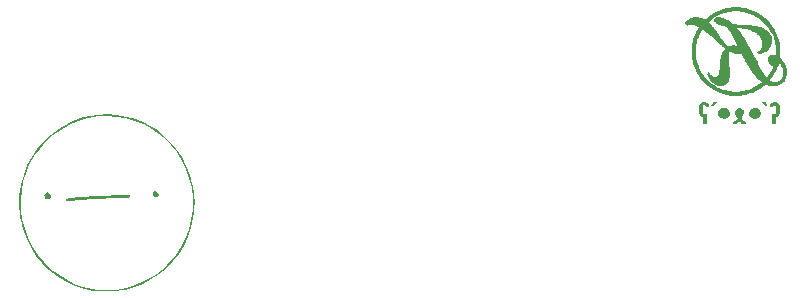
<source format=gbr>
%TF.GenerationSoftware,KiCad,Pcbnew,(6.0.7-1)-1*%
%TF.CreationDate,2022-09-20T14:46:44+12:00*%
%TF.ProjectId,ENEL300Group10MCUBoard,454e454c-3330-4304-9772-6f757031304d,rev?*%
%TF.SameCoordinates,Original*%
%TF.FileFunction,Legend,Bot*%
%TF.FilePolarity,Positive*%
%FSLAX46Y46*%
G04 Gerber Fmt 4.6, Leading zero omitted, Abs format (unit mm)*
G04 Created by KiCad (PCBNEW (6.0.7-1)-1) date 2022-09-20 14:46:44*
%MOMM*%
%LPD*%
G01*
G04 APERTURE LIST*
G04 APERTURE END LIST*
%TO.C,G\u002A\u002A\u002A*%
G36*
X125867014Y-60504250D02*
G01*
X125927829Y-60508380D01*
X125979701Y-60518039D01*
X126029864Y-60533686D01*
X126102633Y-60567083D01*
X126167402Y-60610163D01*
X126223381Y-60661665D01*
X126269779Y-60720331D01*
X126305806Y-60784898D01*
X126330671Y-60854109D01*
X126343582Y-60926701D01*
X126343751Y-61001416D01*
X126330386Y-61076993D01*
X126313989Y-61125667D01*
X126278928Y-61194218D01*
X126232503Y-61256509D01*
X126176141Y-61311225D01*
X126111266Y-61357054D01*
X126039302Y-61392684D01*
X125961675Y-61416800D01*
X125951364Y-61418817D01*
X125913914Y-61423184D01*
X125869551Y-61425189D01*
X125822499Y-61424922D01*
X125776979Y-61422473D01*
X125737215Y-61417932D01*
X125707430Y-61411389D01*
X125633965Y-61383393D01*
X125557402Y-61342355D01*
X125492179Y-61292921D01*
X125438494Y-61235309D01*
X125396544Y-61169738D01*
X125366526Y-61096425D01*
X125348639Y-61015587D01*
X125345173Y-60970762D01*
X125350561Y-60898409D01*
X125368607Y-60827126D01*
X125398381Y-60758884D01*
X125438951Y-60695652D01*
X125489386Y-60639402D01*
X125548755Y-60592103D01*
X125580720Y-60572014D01*
X125642690Y-60540445D01*
X125705369Y-60519361D01*
X125772684Y-60507609D01*
X125848562Y-60504034D01*
X125867014Y-60504250D01*
G37*
G36*
X127584506Y-60024447D02*
G01*
X127598396Y-60026222D01*
X127674976Y-60042538D01*
X127742455Y-60069206D01*
X127802145Y-60106863D01*
X127855357Y-60156147D01*
X127857956Y-60159024D01*
X127889950Y-60200392D01*
X127914056Y-60245591D01*
X127933063Y-60299777D01*
X127933195Y-60300237D01*
X127936374Y-60313135D01*
X127939018Y-60328484D01*
X127941195Y-60347770D01*
X127942974Y-60372477D01*
X127944424Y-60404090D01*
X127945614Y-60444094D01*
X127946611Y-60493974D01*
X127947486Y-60555214D01*
X127948306Y-60629299D01*
X127948908Y-60698924D01*
X127949168Y-60771794D01*
X127948772Y-60833145D01*
X127947575Y-60884518D01*
X127945433Y-60927451D01*
X127942202Y-60963486D01*
X127937736Y-60994162D01*
X127931890Y-61021018D01*
X127924521Y-61045596D01*
X127915483Y-61069434D01*
X127904632Y-61094072D01*
X127872859Y-61148033D01*
X127827974Y-61199115D01*
X127773472Y-61242512D01*
X127711393Y-61276615D01*
X127643777Y-61299814D01*
X127606161Y-61309103D01*
X127606161Y-61893925D01*
X127319560Y-61893925D01*
X127319560Y-61055618D01*
X127378671Y-61055576D01*
X127416096Y-61054656D01*
X127483229Y-61047185D01*
X127538934Y-61031989D01*
X127583808Y-61008802D01*
X127618442Y-60977359D01*
X127643433Y-60937395D01*
X127644081Y-60935983D01*
X127648303Y-60926299D01*
X127651699Y-60916588D01*
X127654357Y-60905261D01*
X127656368Y-60890727D01*
X127657822Y-60871399D01*
X127658810Y-60845686D01*
X127659421Y-60812001D01*
X127659746Y-60768752D01*
X127659875Y-60714352D01*
X127659898Y-60647211D01*
X127659787Y-60595339D01*
X127659401Y-60538851D01*
X127658772Y-60487815D01*
X127657935Y-60444006D01*
X127656926Y-60409201D01*
X127655778Y-60385174D01*
X127654527Y-60373702D01*
X127652838Y-60368530D01*
X127637220Y-60341182D01*
X127613509Y-60316402D01*
X127586515Y-60299446D01*
X127564572Y-60292545D01*
X127524024Y-60288798D01*
X127483123Y-60294439D01*
X127446153Y-60308675D01*
X127417397Y-60330714D01*
X127413441Y-60335570D01*
X127399163Y-60361395D01*
X127388654Y-60392925D01*
X127384359Y-60423305D01*
X127384045Y-60446591D01*
X127097444Y-60446591D01*
X127097567Y-60408975D01*
X127100919Y-60370428D01*
X127110645Y-60323130D01*
X127125285Y-60274827D01*
X127143376Y-60231204D01*
X127148709Y-60220813D01*
X127186581Y-60164790D01*
X127235023Y-60116946D01*
X127292571Y-60077968D01*
X127357758Y-60048542D01*
X127429120Y-60029356D01*
X127505191Y-60021095D01*
X127584506Y-60024447D01*
G37*
G36*
X122541459Y-60031328D02*
G01*
X122578628Y-60031729D01*
X122607784Y-60032325D01*
X122626822Y-60033075D01*
X122633636Y-60033942D01*
X122629430Y-60038744D01*
X122616126Y-60052580D01*
X122594836Y-60074274D01*
X122566707Y-60102669D01*
X122532882Y-60136611D01*
X122494504Y-60174946D01*
X122452719Y-60216519D01*
X122271802Y-60396175D01*
X122179624Y-60396305D01*
X122087446Y-60396436D01*
X122098076Y-60380314D01*
X122102060Y-60374338D01*
X122114897Y-60355302D01*
X122133573Y-60327756D01*
X122156622Y-60293852D01*
X122182577Y-60255743D01*
X122209973Y-60215580D01*
X122237341Y-60175518D01*
X122263217Y-60137707D01*
X122286132Y-60104301D01*
X122336287Y-60031304D01*
X122484962Y-60031162D01*
X122498384Y-60031161D01*
X122541459Y-60031328D01*
G37*
G36*
X121632526Y-60025908D02*
G01*
X121695018Y-60039423D01*
X121699043Y-60040689D01*
X121769436Y-60070088D01*
X121831110Y-60110136D01*
X121883138Y-60159953D01*
X121924592Y-60218660D01*
X121954545Y-60285378D01*
X121957226Y-60293901D01*
X121964042Y-60321007D01*
X121970015Y-60351767D01*
X121974664Y-60382659D01*
X121977505Y-60410160D01*
X121978058Y-60430750D01*
X121975839Y-60440906D01*
X121975583Y-60441094D01*
X121965588Y-60442819D01*
X121943794Y-60444132D01*
X121912502Y-60444970D01*
X121874015Y-60445266D01*
X121830636Y-60444959D01*
X121691436Y-60443008D01*
X121687799Y-60407183D01*
X121687388Y-60403467D01*
X121676596Y-60361141D01*
X121655382Y-60328488D01*
X121623477Y-60305082D01*
X121590814Y-60293439D01*
X121550864Y-60289044D01*
X121511405Y-60293436D01*
X121476379Y-60306126D01*
X121449730Y-60326626D01*
X121443816Y-60333432D01*
X121435131Y-60344123D01*
X121428191Y-60354861D01*
X121422799Y-60367232D01*
X121418761Y-60382824D01*
X121415880Y-60403223D01*
X121413962Y-60430017D01*
X121412810Y-60464793D01*
X121412230Y-60509137D01*
X121412025Y-60564638D01*
X121412000Y-60632881D01*
X121412000Y-60633927D01*
X121412064Y-60700906D01*
X121412303Y-60755218D01*
X121412795Y-60798500D01*
X121413616Y-60832392D01*
X121414842Y-60858532D01*
X121416550Y-60878558D01*
X121418817Y-60894110D01*
X121421718Y-60906826D01*
X121425332Y-60918345D01*
X121442156Y-60955048D01*
X121471339Y-60992032D01*
X121510422Y-61020289D01*
X121559972Y-61040111D01*
X121620559Y-61051790D01*
X121692751Y-61055618D01*
X121752338Y-61055618D01*
X121752338Y-61893925D01*
X121465737Y-61893925D01*
X121465737Y-61308743D01*
X121420981Y-61296300D01*
X121399844Y-61289754D01*
X121335620Y-61261460D01*
X121276874Y-61223016D01*
X121226360Y-61176451D01*
X121186834Y-61123795D01*
X121186028Y-61122440D01*
X121171585Y-61094057D01*
X121157115Y-61059348D01*
X121145635Y-61025512D01*
X121145520Y-61025114D01*
X121141493Y-61010799D01*
X121138179Y-60997290D01*
X121135509Y-60983073D01*
X121133412Y-60966635D01*
X121131820Y-60946463D01*
X121130664Y-60921042D01*
X121129873Y-60888859D01*
X121129379Y-60848400D01*
X121129112Y-60798153D01*
X121129002Y-60736602D01*
X121128981Y-60662235D01*
X121128982Y-60651850D01*
X121129071Y-60574038D01*
X121129392Y-60508866D01*
X121130067Y-60454825D01*
X121131218Y-60410410D01*
X121132966Y-60374112D01*
X121135431Y-60344424D01*
X121138736Y-60319840D01*
X121143002Y-60298851D01*
X121148349Y-60279951D01*
X121154900Y-60261632D01*
X121162776Y-60242388D01*
X121187613Y-60197083D01*
X121226549Y-60149062D01*
X121274569Y-60106250D01*
X121328911Y-60071071D01*
X121386809Y-60045947D01*
X121422388Y-60035953D01*
X121491598Y-60024270D01*
X121563181Y-60020889D01*
X121632526Y-60025908D01*
G37*
G36*
X128561234Y-57641652D02*
G01*
X128545349Y-57765934D01*
X128517528Y-57884968D01*
X128478258Y-57998031D01*
X128428027Y-58104403D01*
X128367321Y-58203361D01*
X128296626Y-58294184D01*
X128249858Y-58341984D01*
X128216430Y-58376150D01*
X128127219Y-58448537D01*
X128029480Y-58510623D01*
X127923699Y-58561687D01*
X127810364Y-58601008D01*
X127798704Y-58604262D01*
X127715540Y-58624127D01*
X127629396Y-58638592D01*
X127536669Y-58648156D01*
X127433755Y-58653320D01*
X127336280Y-58654321D01*
X127238902Y-58650637D01*
X127148367Y-58641462D01*
X127061143Y-58626300D01*
X126973696Y-58604656D01*
X126882493Y-58576034D01*
X126863829Y-58569644D01*
X126828770Y-58557652D01*
X126799322Y-58547593D01*
X126778134Y-58540370D01*
X126767853Y-58536888D01*
X126758168Y-58540000D01*
X126739603Y-58552000D01*
X126713677Y-58571842D01*
X126681873Y-58598464D01*
X126627142Y-58644877D01*
X126450912Y-58782047D01*
X126265763Y-58908444D01*
X126072490Y-59023707D01*
X125871887Y-59127474D01*
X125664749Y-59219383D01*
X125451869Y-59299073D01*
X125234043Y-59366182D01*
X125012063Y-59420349D01*
X124786725Y-59461213D01*
X124772837Y-59463290D01*
X124750733Y-59466478D01*
X124729979Y-59469176D01*
X124709269Y-59471420D01*
X124687296Y-59473247D01*
X124662754Y-59474690D01*
X124634335Y-59475786D01*
X124600734Y-59476571D01*
X124560642Y-59477079D01*
X124512755Y-59477348D01*
X124455764Y-59477411D01*
X124388363Y-59477305D01*
X124309246Y-59477066D01*
X124217106Y-59476729D01*
X123762127Y-59475010D01*
X123648433Y-59455740D01*
X123645089Y-59455172D01*
X123412891Y-59409061D01*
X123188385Y-59351026D01*
X122970985Y-59280837D01*
X122760106Y-59198266D01*
X122555163Y-59103085D01*
X122355571Y-58995063D01*
X122160744Y-58873973D01*
X122015996Y-58773042D01*
X121834173Y-58631019D01*
X121661759Y-58478443D01*
X121499186Y-58315811D01*
X121346888Y-58143620D01*
X121205298Y-57962368D01*
X121074850Y-57772552D01*
X120955977Y-57574668D01*
X120849112Y-57369214D01*
X120832199Y-57333674D01*
X120746492Y-57137652D01*
X120673186Y-56940218D01*
X120611781Y-56739581D01*
X120561775Y-56533951D01*
X120522668Y-56321538D01*
X120493958Y-56100551D01*
X120492669Y-56087398D01*
X120488670Y-56033495D01*
X120485466Y-55969301D01*
X120483071Y-55897549D01*
X120481500Y-55820971D01*
X120480768Y-55742299D01*
X120480821Y-55708198D01*
X120835642Y-55708198D01*
X120840674Y-55925889D01*
X120859642Y-56143147D01*
X120892545Y-56359412D01*
X120939384Y-56574122D01*
X121000159Y-56786716D01*
X121074869Y-56996633D01*
X121087509Y-57027498D01*
X121109940Y-57078644D01*
X121136848Y-57137066D01*
X121166794Y-57199839D01*
X121198336Y-57264042D01*
X121230031Y-57326752D01*
X121260439Y-57385045D01*
X121288117Y-57435998D01*
X121311625Y-57476690D01*
X121432291Y-57663203D01*
X121564999Y-57843152D01*
X121707282Y-58012590D01*
X121858959Y-58171351D01*
X122019847Y-58319267D01*
X122189763Y-58456170D01*
X122368525Y-58581893D01*
X122555951Y-58696269D01*
X122751859Y-58799130D01*
X122799173Y-58821836D01*
X122878524Y-58858489D01*
X122952350Y-58890379D01*
X123024976Y-58919267D01*
X123100728Y-58946916D01*
X123183932Y-58975086D01*
X123203786Y-58981537D01*
X123399505Y-59037833D01*
X123599046Y-59081976D01*
X123804132Y-59114297D01*
X124016485Y-59135126D01*
X124049233Y-59137246D01*
X124256521Y-59142663D01*
X124466247Y-59134690D01*
X124676829Y-59113576D01*
X124886684Y-59079570D01*
X125094230Y-59032920D01*
X125297883Y-58973874D01*
X125496062Y-58902682D01*
X125620960Y-58849630D01*
X125769784Y-58777804D01*
X125918645Y-58697204D01*
X126063954Y-58609894D01*
X126202121Y-58517938D01*
X126329556Y-58423400D01*
X126333108Y-58420604D01*
X126361932Y-58397925D01*
X126387468Y-58377843D01*
X126407060Y-58362448D01*
X126418051Y-58353828D01*
X126418666Y-58353346D01*
X126424603Y-58347689D01*
X126425289Y-58341984D01*
X126419136Y-58334140D01*
X126404556Y-58322067D01*
X126379961Y-58303673D01*
X126346538Y-58278521D01*
X126217090Y-58172288D01*
X126206735Y-58162676D01*
X127118939Y-58162676D01*
X127121208Y-58165244D01*
X127133115Y-58174405D01*
X127152931Y-58188166D01*
X127178051Y-58204677D01*
X127202987Y-58220068D01*
X127293791Y-58266088D01*
X127387627Y-58298251D01*
X127399175Y-58301016D01*
X127442786Y-58308194D01*
X127494325Y-58313020D01*
X127549055Y-58315263D01*
X127602242Y-58314692D01*
X127649151Y-58311073D01*
X127686707Y-58305188D01*
X127757240Y-58288482D01*
X127826306Y-58265541D01*
X127887573Y-58238300D01*
X127896287Y-58233621D01*
X127955971Y-58193996D01*
X128014272Y-58142741D01*
X128069056Y-58082178D01*
X128118189Y-58014629D01*
X128159536Y-57942416D01*
X128173532Y-57912720D01*
X128209775Y-57814470D01*
X128234122Y-57710410D01*
X128246795Y-57601850D01*
X128248014Y-57490101D01*
X128238002Y-57376474D01*
X128216979Y-57262280D01*
X128185168Y-57148830D01*
X128142790Y-57037435D01*
X128090066Y-56929407D01*
X128027218Y-56826055D01*
X127954467Y-56728691D01*
X127910674Y-56675699D01*
X127905773Y-56743635D01*
X127905537Y-56746808D01*
X127894967Y-56821113D01*
X127875262Y-56885070D01*
X127846018Y-56939665D01*
X127806832Y-56985886D01*
X127803632Y-56989068D01*
X127792430Y-57002601D01*
X127781162Y-57020794D01*
X127768692Y-57045874D01*
X127753884Y-57080068D01*
X127735604Y-57125604D01*
X127707746Y-57194116D01*
X127635218Y-57354930D01*
X127552922Y-57516288D01*
X127462595Y-57675225D01*
X127365972Y-57828773D01*
X127264790Y-57973966D01*
X127160786Y-58107838D01*
X127151181Y-58119601D01*
X127134633Y-58140470D01*
X127123203Y-58155722D01*
X127118939Y-58162676D01*
X126206735Y-58162676D01*
X126087815Y-58052290D01*
X125959089Y-57918975D01*
X125831290Y-57772790D01*
X125704796Y-57614181D01*
X125579984Y-57443596D01*
X125457231Y-57261481D01*
X125336915Y-57068283D01*
X125303827Y-57012337D01*
X125256302Y-56930055D01*
X125204142Y-56837891D01*
X125148267Y-56737533D01*
X125089598Y-56630674D01*
X125029056Y-56519003D01*
X124967562Y-56404211D01*
X124906037Y-56287989D01*
X124845402Y-56172027D01*
X124786577Y-56058015D01*
X124782926Y-56050887D01*
X124759389Y-56004979D01*
X124738163Y-55963640D01*
X124720092Y-55928508D01*
X124706018Y-55901221D01*
X124696786Y-55883417D01*
X124693237Y-55876732D01*
X124689065Y-55878004D01*
X124675764Y-55885153D01*
X124656790Y-55896693D01*
X124653606Y-55898693D01*
X124617937Y-55918100D01*
X124580273Y-55932428D01*
X124537573Y-55942405D01*
X124486794Y-55948761D01*
X124424891Y-55952224D01*
X124394416Y-55952922D01*
X124321974Y-55951329D01*
X124254790Y-55944198D01*
X124187119Y-55930754D01*
X124113213Y-55910223D01*
X124104799Y-55907577D01*
X124044608Y-55886280D01*
X123977056Y-55858925D01*
X123906038Y-55827239D01*
X123835446Y-55792947D01*
X123769174Y-55757773D01*
X123760981Y-55753217D01*
X123730378Y-55736471D01*
X123704835Y-55722911D01*
X123686823Y-55713827D01*
X123678810Y-55710512D01*
X123678548Y-55710540D01*
X123673142Y-55717967D01*
X123665872Y-55736787D01*
X123657452Y-55764465D01*
X123648594Y-55798468D01*
X123640013Y-55836260D01*
X123632422Y-55875307D01*
X123632025Y-55877581D01*
X123626468Y-55917730D01*
X123622654Y-55964187D01*
X123620616Y-56017739D01*
X123620390Y-56079174D01*
X123622008Y-56149277D01*
X123625505Y-56228836D01*
X123630916Y-56318637D01*
X123638274Y-56419469D01*
X123647614Y-56532118D01*
X123658969Y-56657370D01*
X123672375Y-56796013D01*
X123672401Y-56796275D01*
X123686896Y-56947096D01*
X123699107Y-57084423D01*
X123709070Y-57208904D01*
X123716822Y-57321186D01*
X123722397Y-57421916D01*
X123725832Y-57511740D01*
X123727163Y-57591306D01*
X123726425Y-57661260D01*
X123723654Y-57722249D01*
X123722671Y-57736439D01*
X123709073Y-57870789D01*
X123688389Y-57993135D01*
X123660400Y-58104009D01*
X123624891Y-58203941D01*
X123581643Y-58293462D01*
X123530439Y-58373104D01*
X123471062Y-58443397D01*
X123403294Y-58504873D01*
X123364957Y-58532663D01*
X123286813Y-58576259D01*
X123198648Y-58610537D01*
X123101201Y-58635284D01*
X122995205Y-58650287D01*
X122881399Y-58655336D01*
X122877229Y-58655327D01*
X122788302Y-58650440D01*
X122704175Y-58636066D01*
X122622800Y-58611450D01*
X122542130Y-58575838D01*
X122460119Y-58528475D01*
X122374721Y-58468608D01*
X122339006Y-58439763D01*
X122293331Y-58399167D01*
X122245133Y-58353161D01*
X122197650Y-58304946D01*
X122154120Y-58257721D01*
X122117782Y-58214687D01*
X122081349Y-58166674D01*
X122030983Y-58093750D01*
X121982000Y-58015761D01*
X121936130Y-57935765D01*
X121895104Y-57856821D01*
X121860655Y-57781988D01*
X121834513Y-57714322D01*
X121813689Y-57652990D01*
X121877797Y-57558984D01*
X121891076Y-57539622D01*
X121912330Y-57509117D01*
X121930315Y-57483898D01*
X121943453Y-57466167D01*
X121950166Y-57458122D01*
X121952933Y-57457277D01*
X121960891Y-57463410D01*
X121972479Y-57480971D01*
X121988411Y-57510949D01*
X122018113Y-57563937D01*
X122070043Y-57638046D01*
X122130637Y-57707415D01*
X122197505Y-57769654D01*
X122268258Y-57822372D01*
X122340506Y-57863179D01*
X122388529Y-57883323D01*
X122455396Y-57902327D01*
X122517580Y-57908941D01*
X122574436Y-57903250D01*
X122625321Y-57885344D01*
X122669588Y-57855310D01*
X122706594Y-57813237D01*
X122707825Y-57811423D01*
X122724624Y-57781814D01*
X122742800Y-57742289D01*
X122760843Y-57696642D01*
X122777245Y-57648667D01*
X122790499Y-57602159D01*
X122795059Y-57582942D01*
X122806899Y-57523193D01*
X122818259Y-57452055D01*
X122828896Y-57371664D01*
X122838566Y-57284150D01*
X122847024Y-57191649D01*
X122854027Y-57096293D01*
X122859331Y-57000216D01*
X122859586Y-56994681D01*
X122871380Y-56804945D01*
X122888570Y-56627830D01*
X122911265Y-56462656D01*
X122939573Y-56308743D01*
X122973602Y-56165411D01*
X123013460Y-56031981D01*
X123023839Y-56001358D01*
X123059126Y-55906305D01*
X123095690Y-55822611D01*
X123134812Y-55747989D01*
X123177776Y-55680150D01*
X123225862Y-55616806D01*
X123280354Y-55555669D01*
X123286548Y-55549176D01*
X123311307Y-55522664D01*
X123327315Y-55504083D01*
X123335807Y-55491689D01*
X123338023Y-55483742D01*
X123335200Y-55478501D01*
X123329525Y-55473745D01*
X123313594Y-55460912D01*
X123290022Y-55442181D01*
X123260904Y-55419214D01*
X123228333Y-55393674D01*
X123207503Y-55377309D01*
X123148400Y-55330005D01*
X123087403Y-55279852D01*
X123023120Y-55225655D01*
X122954158Y-55166220D01*
X122879126Y-55100349D01*
X122796633Y-55026850D01*
X122705286Y-54944527D01*
X122644706Y-54889738D01*
X122509040Y-54767544D01*
X122382789Y-54654601D01*
X122265347Y-54550395D01*
X122156107Y-54454413D01*
X122054460Y-54366140D01*
X121959800Y-54285064D01*
X121871520Y-54210670D01*
X121789011Y-54142445D01*
X121711668Y-54079875D01*
X121638882Y-54022447D01*
X121570046Y-53969647D01*
X121504553Y-53920961D01*
X121441796Y-53875876D01*
X121438182Y-53873272D01*
X121427342Y-53865115D01*
X121418745Y-53859609D01*
X121411151Y-53857936D01*
X121403319Y-53861275D01*
X121394008Y-53870808D01*
X121381978Y-53887715D01*
X121365988Y-53913177D01*
X121344798Y-53948375D01*
X121317167Y-53994489D01*
X121316631Y-53995380D01*
X121281520Y-54056135D01*
X121243734Y-54125573D01*
X121204996Y-54200228D01*
X121167028Y-54276635D01*
X121131553Y-54351328D01*
X121100294Y-54420842D01*
X121074973Y-54481711D01*
X121019513Y-54632893D01*
X120954868Y-54844330D01*
X120904158Y-55058140D01*
X120867384Y-55273763D01*
X120844545Y-55490635D01*
X120835642Y-55708198D01*
X120480821Y-55708198D01*
X120480890Y-55664266D01*
X120481881Y-55589603D01*
X120483756Y-55521044D01*
X120486529Y-55461320D01*
X120490215Y-55413164D01*
X120500224Y-55321731D01*
X120529855Y-55114509D01*
X120568597Y-54915427D01*
X120617046Y-54721982D01*
X120675798Y-54531671D01*
X120745450Y-54341993D01*
X120783723Y-54250431D01*
X120833111Y-54142502D01*
X120887858Y-54031593D01*
X120945851Y-53921827D01*
X121004976Y-53817328D01*
X121063118Y-53722219D01*
X121099779Y-53664898D01*
X121039339Y-53634466D01*
X120956136Y-53595238D01*
X120848629Y-53552347D01*
X120743004Y-53518796D01*
X120640299Y-53494679D01*
X120541549Y-53480090D01*
X120447791Y-53475122D01*
X120360062Y-53479870D01*
X120279398Y-53494428D01*
X120206835Y-53518889D01*
X120143411Y-53553347D01*
X120130033Y-53562072D01*
X120114083Y-53571508D01*
X120105815Y-53575062D01*
X120100456Y-53570509D01*
X120089386Y-53556901D01*
X120075492Y-53537446D01*
X120069692Y-53528906D01*
X120053388Y-53504968D01*
X120032169Y-53473873D01*
X120008135Y-53438697D01*
X119983386Y-53402517D01*
X119959268Y-53367573D01*
X119940702Y-53339658D01*
X119929385Y-53318468D01*
X119925256Y-53301135D01*
X119928255Y-53284789D01*
X119938322Y-53266561D01*
X119955397Y-53243583D01*
X119956575Y-53242083D01*
X121924143Y-53242083D01*
X122004827Y-53318148D01*
X122007045Y-53320242D01*
X122049102Y-53361128D01*
X122092167Y-53405332D01*
X122136814Y-53453575D01*
X122183614Y-53506579D01*
X122233137Y-53565066D01*
X122285956Y-53629757D01*
X122342643Y-53701373D01*
X122403768Y-53780636D01*
X122469904Y-53868268D01*
X122541622Y-53964991D01*
X122619494Y-54071525D01*
X122704091Y-54188593D01*
X122795985Y-54316915D01*
X122843967Y-54384095D01*
X122921392Y-54492077D01*
X122991697Y-54589473D01*
X123055512Y-54677067D01*
X123113463Y-54755640D01*
X123166177Y-54825974D01*
X123214283Y-54888851D01*
X123258408Y-54945052D01*
X123299179Y-54995361D01*
X123337225Y-55040558D01*
X123373172Y-55081426D01*
X123407648Y-55118747D01*
X123441280Y-55153302D01*
X123474697Y-55185874D01*
X123508526Y-55217244D01*
X123543394Y-55248194D01*
X123616527Y-55311886D01*
X123649919Y-55298930D01*
X123705702Y-55278041D01*
X123779980Y-55253345D01*
X123847769Y-55235261D01*
X123912364Y-55223078D01*
X123977058Y-55216085D01*
X124045145Y-55213570D01*
X124071626Y-55213759D01*
X124166369Y-55220383D01*
X124258261Y-55235752D01*
X124342559Y-55259138D01*
X124362177Y-55265453D01*
X124379383Y-55269996D01*
X124387083Y-55270652D01*
X124387196Y-55270348D01*
X124384278Y-55261262D01*
X124375249Y-55240863D01*
X124360702Y-55210296D01*
X124341230Y-55170708D01*
X124317426Y-55123243D01*
X124289882Y-55069049D01*
X124259192Y-55009271D01*
X124225949Y-54945055D01*
X124190745Y-54877546D01*
X124154173Y-54807892D01*
X124116827Y-54737237D01*
X124079299Y-54666728D01*
X124042182Y-54597512D01*
X124006069Y-54530732D01*
X123971552Y-54467537D01*
X123891120Y-54324209D01*
X123806243Y-54180251D01*
X123723198Y-54047374D01*
X123641049Y-53924127D01*
X123558857Y-53809060D01*
X123475685Y-53700723D01*
X123424335Y-53636238D01*
X123339531Y-53623232D01*
X123291635Y-53615016D01*
X123212384Y-53598520D01*
X123129336Y-53578273D01*
X123048010Y-53555649D01*
X122973929Y-53532029D01*
X122907934Y-53508032D01*
X122810505Y-53467603D01*
X122721521Y-53424432D01*
X122641437Y-53379035D01*
X122570709Y-53331928D01*
X122509792Y-53283627D01*
X122459141Y-53234647D01*
X122419213Y-53185505D01*
X122390461Y-53136716D01*
X122373341Y-53088796D01*
X122368310Y-53042261D01*
X122375821Y-52997627D01*
X122396330Y-52955410D01*
X122430294Y-52916125D01*
X122454272Y-52896342D01*
X122509039Y-52864232D01*
X122573819Y-52841409D01*
X122649015Y-52827750D01*
X122735025Y-52823133D01*
X122774371Y-52823949D01*
X122842637Y-52829408D01*
X122916024Y-52840345D01*
X122997048Y-52857166D01*
X123088225Y-52880278D01*
X123127354Y-52891215D01*
X123189088Y-52910161D01*
X123246190Y-52930366D01*
X123302826Y-52953463D01*
X123363160Y-52981084D01*
X123431357Y-53014863D01*
X123493664Y-53047840D01*
X123601348Y-53111139D01*
X123709320Y-53182881D01*
X123819676Y-53264495D01*
X123934517Y-53357409D01*
X124020927Y-53430070D01*
X124113643Y-53441559D01*
X124142754Y-53445014D01*
X124259245Y-53456252D01*
X124389272Y-53465039D01*
X124532366Y-53471340D01*
X124646346Y-53475313D01*
X124820696Y-53481954D01*
X124982073Y-53488898D01*
X125131316Y-53496236D01*
X125269266Y-53504058D01*
X125396762Y-53512457D01*
X125514643Y-53521524D01*
X125623750Y-53531349D01*
X125724923Y-53542025D01*
X125819000Y-53553643D01*
X125906822Y-53566294D01*
X125989229Y-53580069D01*
X126067060Y-53595060D01*
X126141155Y-53611358D01*
X126212354Y-53629054D01*
X126281497Y-53648241D01*
X126349423Y-53669009D01*
X126432522Y-53697760D01*
X126535842Y-53739446D01*
X126636554Y-53786400D01*
X126732319Y-53837364D01*
X126820803Y-53891077D01*
X126899667Y-53946279D01*
X126966576Y-54001711D01*
X127025906Y-54061157D01*
X127099425Y-54152032D01*
X127162826Y-54252429D01*
X127215721Y-54361626D01*
X127257722Y-54478896D01*
X127288442Y-54603516D01*
X127293223Y-54632571D01*
X127299401Y-54696451D01*
X127301646Y-54766873D01*
X127299999Y-54839089D01*
X127294502Y-54908350D01*
X127285198Y-54969908D01*
X127271156Y-55032394D01*
X127232098Y-55159714D01*
X127180545Y-55280200D01*
X127116776Y-55393441D01*
X127041069Y-55499027D01*
X126953702Y-55596547D01*
X126854955Y-55685592D01*
X126745105Y-55765751D01*
X126652371Y-55820496D01*
X126547070Y-55870339D01*
X126438118Y-55910302D01*
X126328577Y-55939273D01*
X126221508Y-55956138D01*
X126187462Y-55959530D01*
X126104496Y-55873476D01*
X126021529Y-55787422D01*
X126087109Y-55752782D01*
X126133628Y-55727077D01*
X126172734Y-55702272D01*
X126207605Y-55675686D01*
X126242492Y-55644072D01*
X126281648Y-55604181D01*
X126329754Y-55548660D01*
X126385675Y-55467072D01*
X126428743Y-55380104D01*
X126459226Y-55287063D01*
X126477390Y-55187256D01*
X126483501Y-55079990D01*
X126483136Y-55045677D01*
X126478174Y-54964949D01*
X126466690Y-54889677D01*
X126447770Y-54815979D01*
X126420496Y-54739968D01*
X126383954Y-54657760D01*
X126351749Y-54594692D01*
X126306274Y-54519405D01*
X126255201Y-54450370D01*
X126195354Y-54382963D01*
X126186491Y-54373796D01*
X126125932Y-54315566D01*
X126061773Y-54261803D01*
X125991919Y-54211072D01*
X125914275Y-54161942D01*
X125826746Y-54112980D01*
X125727239Y-54062751D01*
X125715052Y-54056902D01*
X125598062Y-54004836D01*
X125473786Y-53956803D01*
X125341075Y-53912469D01*
X125198778Y-53871502D01*
X125045746Y-53833567D01*
X124880829Y-53798331D01*
X124702876Y-53765460D01*
X124677586Y-53761189D01*
X124633740Y-53754061D01*
X124585799Y-53746531D01*
X124535790Y-53738891D01*
X124485741Y-53731436D01*
X124437679Y-53724458D01*
X124393632Y-53718250D01*
X124355629Y-53713105D01*
X124325697Y-53709317D01*
X124305863Y-53707177D01*
X124298157Y-53706980D01*
X124298455Y-53707659D01*
X124304976Y-53716228D01*
X124318702Y-53733015D01*
X124337988Y-53756027D01*
X124361188Y-53783274D01*
X124366234Y-53789165D01*
X124438588Y-53875297D01*
X124508305Y-53961620D01*
X124576255Y-54049413D01*
X124643309Y-54139955D01*
X124710336Y-54234527D01*
X124778208Y-54334406D01*
X124847795Y-54440871D01*
X124919968Y-54555203D01*
X124995596Y-54678680D01*
X125075550Y-54812581D01*
X125160701Y-54958185D01*
X125190877Y-55010365D01*
X125226730Y-55072734D01*
X125261805Y-55134219D01*
X125296529Y-55195623D01*
X125331334Y-55257749D01*
X125366647Y-55321399D01*
X125402899Y-55387376D01*
X125440519Y-55456482D01*
X125479936Y-55529519D01*
X125521581Y-55607292D01*
X125565881Y-55690601D01*
X125613268Y-55780249D01*
X125664170Y-55877040D01*
X125719017Y-55981775D01*
X125778238Y-56095258D01*
X125842262Y-56218290D01*
X125911520Y-56351675D01*
X125986440Y-56496215D01*
X126067453Y-56652712D01*
X126132356Y-56776851D01*
X126223115Y-56945678D01*
X126310468Y-57102216D01*
X126394921Y-57247291D01*
X126476982Y-57381727D01*
X126557157Y-57506348D01*
X126635954Y-57621979D01*
X126713880Y-57729444D01*
X126791442Y-57829567D01*
X126801107Y-57841594D01*
X126823017Y-57868629D01*
X126840913Y-57890390D01*
X126853158Y-57904898D01*
X126858114Y-57910173D01*
X126858430Y-57909968D01*
X126864867Y-57902749D01*
X126878097Y-57886740D01*
X126896412Y-57864037D01*
X126918101Y-57836732D01*
X126942453Y-57805397D01*
X127034423Y-57678763D01*
X127123095Y-57543914D01*
X127205403Y-57405684D01*
X127278282Y-57268904D01*
X127291104Y-57243042D01*
X127314195Y-57195516D01*
X127335643Y-57150211D01*
X127354656Y-57108895D01*
X127370440Y-57073335D01*
X127382203Y-57045296D01*
X127389152Y-57026545D01*
X127390494Y-57018850D01*
X127389283Y-57018047D01*
X127378323Y-57012056D01*
X127358797Y-57001932D01*
X127333890Y-56989336D01*
X127270980Y-56954283D01*
X127187439Y-56894634D01*
X127114142Y-56825444D01*
X127051661Y-56747364D01*
X127000570Y-56661043D01*
X126961444Y-56567132D01*
X126950895Y-56533166D01*
X126933856Y-56452756D01*
X126929410Y-56377256D01*
X126937465Y-56307212D01*
X126957927Y-56243169D01*
X126990702Y-56185673D01*
X127035696Y-56135268D01*
X127047947Y-56124477D01*
X127085405Y-56096815D01*
X127125361Y-56076038D01*
X127170078Y-56061542D01*
X127221814Y-56052721D01*
X127282829Y-56048971D01*
X127355385Y-56049685D01*
X127406232Y-56052077D01*
X127456057Y-56056335D01*
X127500613Y-56062725D01*
X127544747Y-56071813D01*
X127572766Y-56078215D01*
X127599228Y-56083950D01*
X127617470Y-56087536D01*
X127624634Y-56088381D01*
X127625345Y-56083436D01*
X127626879Y-56066243D01*
X127628969Y-56039004D01*
X127631436Y-56004069D01*
X127634101Y-55963793D01*
X127641324Y-55752849D01*
X127635213Y-55531925D01*
X127615056Y-55313052D01*
X127580907Y-55096658D01*
X127532821Y-54883165D01*
X127470852Y-54673000D01*
X127427426Y-54550001D01*
X127347151Y-54354908D01*
X127254663Y-54164133D01*
X127150955Y-53979527D01*
X127037024Y-53802944D01*
X126913864Y-53636238D01*
X126773064Y-53469046D01*
X126620194Y-53309138D01*
X126458325Y-53160296D01*
X126287680Y-53022701D01*
X126108485Y-52896536D01*
X125920964Y-52781979D01*
X125725342Y-52679214D01*
X125678028Y-52656508D01*
X125598677Y-52619855D01*
X125524851Y-52587965D01*
X125452225Y-52559077D01*
X125376473Y-52531428D01*
X125293270Y-52503258D01*
X125102670Y-52447025D01*
X124892097Y-52398988D01*
X124678705Y-52364522D01*
X124463421Y-52343628D01*
X124247173Y-52336304D01*
X124030888Y-52342553D01*
X123815494Y-52362372D01*
X123601918Y-52395763D01*
X123391088Y-52442725D01*
X123183932Y-52503258D01*
X123137220Y-52518843D01*
X123058629Y-52546510D01*
X122985124Y-52574619D01*
X122912377Y-52604931D01*
X122836064Y-52639209D01*
X122751859Y-52679214D01*
X122647091Y-52732101D01*
X122478279Y-52827048D01*
X122316788Y-52930879D01*
X122159883Y-53045400D01*
X122004827Y-53172418D01*
X121924143Y-53242083D01*
X119956575Y-53242083D01*
X119979421Y-53212983D01*
X119995943Y-53192401D01*
X120064634Y-53118368D01*
X120141528Y-53051344D01*
X120223608Y-52993760D01*
X120307859Y-52948049D01*
X120383476Y-52916251D01*
X120503229Y-52876904D01*
X120628655Y-52847872D01*
X120756400Y-52830036D01*
X120845131Y-52825450D01*
X120963046Y-52829267D01*
X121084940Y-52843291D01*
X121208045Y-52866969D01*
X121329593Y-52899746D01*
X121446817Y-52941068D01*
X121556948Y-52990380D01*
X121577128Y-53000395D01*
X121602128Y-53012389D01*
X121620289Y-53020590D01*
X121628653Y-53023629D01*
X121628717Y-53023626D01*
X121636135Y-53018843D01*
X121651765Y-53006263D01*
X121673356Y-52987763D01*
X121698655Y-52965224D01*
X121775238Y-52897497D01*
X121958279Y-52748709D01*
X122147335Y-52612926D01*
X122342413Y-52490144D01*
X122543521Y-52380362D01*
X122750667Y-52283574D01*
X122963858Y-52199779D01*
X123183101Y-52128971D01*
X123408404Y-52071149D01*
X123639775Y-52026309D01*
X123877221Y-51994447D01*
X123901646Y-51992114D01*
X123967690Y-51987517D01*
X124043689Y-51984134D01*
X124126614Y-51981965D01*
X124213436Y-51981010D01*
X124301127Y-51981270D01*
X124386655Y-51982743D01*
X124466993Y-51985430D01*
X124539111Y-51989331D01*
X124599980Y-51994447D01*
X124617984Y-51996383D01*
X124852571Y-52028653D01*
X125080213Y-52073341D01*
X125301391Y-52130618D01*
X125516588Y-52200659D01*
X125726286Y-52283634D01*
X125930966Y-52379717D01*
X126131112Y-52489079D01*
X126327204Y-52611893D01*
X126501833Y-52735755D01*
X126681147Y-52879599D01*
X126850752Y-53033592D01*
X127010273Y-53197207D01*
X127159337Y-53369917D01*
X127297567Y-53551197D01*
X127424588Y-53740519D01*
X127540026Y-53937357D01*
X127643506Y-54141185D01*
X127734652Y-54351477D01*
X127813090Y-54567706D01*
X127878445Y-54789346D01*
X127888811Y-54829927D01*
X127936112Y-55048536D01*
X127970358Y-55271487D01*
X127991442Y-55497231D01*
X127999257Y-55724219D01*
X127998554Y-55752849D01*
X127993694Y-55950900D01*
X127974647Y-56175725D01*
X127963523Y-56271939D01*
X127998001Y-56300430D01*
X128000717Y-56302709D01*
X128020327Y-56320182D01*
X128046301Y-56344471D01*
X128075578Y-56372674D01*
X128105094Y-56401889D01*
X128133218Y-56431002D01*
X128223943Y-56537837D01*
X128305227Y-56654356D01*
X128376518Y-56779254D01*
X128437263Y-56911231D01*
X128486909Y-57048982D01*
X128524906Y-57191205D01*
X128550701Y-57336596D01*
X128563740Y-57483855D01*
X128563946Y-57490101D01*
X128564698Y-57512843D01*
X128561234Y-57641652D01*
G37*
G36*
X126588760Y-60031288D02*
G01*
X126742775Y-60031556D01*
X126777722Y-60083234D01*
X126780263Y-60086990D01*
X126796529Y-60110998D01*
X126818628Y-60143574D01*
X126844724Y-60182015D01*
X126872981Y-60223616D01*
X126901564Y-60265674D01*
X126990459Y-60396436D01*
X126898860Y-60396284D01*
X126807261Y-60396131D01*
X126621002Y-60213575D01*
X126434744Y-60031020D01*
X126588760Y-60031288D01*
G37*
G36*
X124629145Y-60564513D02*
G01*
X124697924Y-60582179D01*
X124736240Y-60598677D01*
X124778039Y-60625269D01*
X124818516Y-60658504D01*
X124853828Y-60695217D01*
X124880134Y-60732244D01*
X124890462Y-60752424D01*
X124909982Y-60808886D01*
X124919353Y-60869183D01*
X124918149Y-60929154D01*
X124905945Y-60984637D01*
X124898527Y-61004820D01*
X124868678Y-61070977D01*
X124829224Y-61141827D01*
X124781751Y-61214683D01*
X124727843Y-61286856D01*
X124688949Y-61335601D01*
X124726530Y-61408769D01*
X124743325Y-61441387D01*
X124772824Y-61497992D01*
X124797362Y-61543666D01*
X124817840Y-61579700D01*
X124835162Y-61607385D01*
X124850228Y-61628014D01*
X124863940Y-61642878D01*
X124877201Y-61653269D01*
X124890911Y-61660479D01*
X124905973Y-61665798D01*
X124922531Y-61668944D01*
X124952023Y-61667929D01*
X124979093Y-61660117D01*
X124998146Y-61646668D01*
X125001130Y-61644390D01*
X125006863Y-61645425D01*
X125015412Y-61652831D01*
X125028036Y-61668011D01*
X125045996Y-61692369D01*
X125070552Y-61727308D01*
X125082808Y-61745114D01*
X125103105Y-61775407D01*
X125119372Y-61800740D01*
X125130189Y-61818871D01*
X125134134Y-61827559D01*
X125130937Y-61833928D01*
X125117467Y-61845967D01*
X125096531Y-61859813D01*
X125071473Y-61873317D01*
X125045638Y-61884336D01*
X125028839Y-61889360D01*
X124999542Y-61895886D01*
X124969433Y-61900697D01*
X124963945Y-61901337D01*
X124899510Y-61903937D01*
X124842280Y-61895952D01*
X124790763Y-61876633D01*
X124743470Y-61845231D01*
X124698908Y-61800998D01*
X124655587Y-61743185D01*
X124644784Y-61726545D01*
X124619944Y-61685949D01*
X124595410Y-61643244D01*
X124575195Y-61605313D01*
X124539960Y-61535233D01*
X124517354Y-61580235D01*
X124503165Y-61608118D01*
X124474443Y-61661618D01*
X124446805Y-61708202D01*
X124417524Y-61752331D01*
X124383871Y-61798466D01*
X124380745Y-61802429D01*
X124355751Y-61827951D01*
X124323737Y-61853791D01*
X124289947Y-61876050D01*
X124259626Y-61890831D01*
X124233985Y-61897812D01*
X124186721Y-61903062D01*
X124134236Y-61901899D01*
X124080918Y-61894757D01*
X124031153Y-61882064D01*
X123989329Y-61864254D01*
X123982220Y-61860297D01*
X123959479Y-61846680D01*
X123947842Y-61835383D01*
X123946608Y-61822906D01*
X123955078Y-61805749D01*
X123972550Y-61780411D01*
X123993251Y-61750885D01*
X124015261Y-61718866D01*
X124033665Y-61691500D01*
X124033842Y-61691234D01*
X124048205Y-61670145D01*
X124059809Y-61654271D01*
X124066158Y-61647030D01*
X124069224Y-61646748D01*
X124082581Y-61650440D01*
X124101378Y-61658589D01*
X124108728Y-61662041D01*
X124134605Y-61669703D01*
X124161884Y-61668824D01*
X124168904Y-61667649D01*
X124185158Y-61663445D01*
X124200043Y-61656461D01*
X124214507Y-61645431D01*
X124229497Y-61629086D01*
X124245960Y-61606161D01*
X124264844Y-61575389D01*
X124287097Y-61535503D01*
X124313665Y-61485237D01*
X124345497Y-61423322D01*
X124390029Y-61336048D01*
X124346235Y-61280938D01*
X124335282Y-61267008D01*
X124283876Y-61196417D01*
X124240091Y-61125863D01*
X124200023Y-61049153D01*
X124163368Y-60973220D01*
X124163368Y-60890451D01*
X124163445Y-60863223D01*
X124164198Y-60835021D01*
X124166429Y-60814084D01*
X124170934Y-60796313D01*
X124178514Y-60777607D01*
X124189965Y-60753866D01*
X124213347Y-60713576D01*
X124257225Y-60661037D01*
X124311023Y-60618330D01*
X124373912Y-60586070D01*
X124445063Y-60564872D01*
X124447573Y-60564360D01*
X124508049Y-60555883D01*
X124567213Y-60555841D01*
X124629145Y-60564513D01*
G37*
G36*
X123296857Y-60506655D02*
G01*
X123355299Y-60515944D01*
X123411754Y-60533103D01*
X123471943Y-60559457D01*
X123497634Y-60572616D01*
X123531467Y-60592994D01*
X123561640Y-60616319D01*
X123594193Y-60646916D01*
X123636647Y-60694321D01*
X123681214Y-60761204D01*
X123712952Y-60833502D01*
X123716263Y-60844122D01*
X123721100Y-60865845D01*
X123724071Y-60891759D01*
X123725489Y-60925233D01*
X123725670Y-60969637D01*
X123724845Y-61014468D01*
X123722256Y-61051485D01*
X123716877Y-61082502D01*
X123707663Y-61111771D01*
X123693571Y-61143543D01*
X123673560Y-61182071D01*
X123672552Y-61183928D01*
X123634057Y-61240618D01*
X123584037Y-61292836D01*
X123524950Y-61338910D01*
X123459258Y-61377170D01*
X123389420Y-61405945D01*
X123317895Y-61423567D01*
X123316406Y-61423792D01*
X123292260Y-61425556D01*
X123258919Y-61425784D01*
X123220305Y-61424689D01*
X123180338Y-61422483D01*
X123142937Y-61419378D01*
X123112023Y-61415587D01*
X123091517Y-61411320D01*
X123039942Y-61392760D01*
X122961721Y-61354106D01*
X122894148Y-61305968D01*
X122836951Y-61248101D01*
X122789860Y-61180257D01*
X122752603Y-61102190D01*
X122747187Y-61086180D01*
X122742948Y-61066589D01*
X122740295Y-61042140D01*
X122738903Y-61009680D01*
X122738442Y-60966055D01*
X122738469Y-60938843D01*
X122739073Y-60904377D01*
X122740735Y-60878595D01*
X122743877Y-60858011D01*
X122748921Y-60839143D01*
X122756288Y-60818504D01*
X122770059Y-60786176D01*
X122810786Y-60716021D01*
X122862785Y-60653656D01*
X122924774Y-60600477D01*
X122995469Y-60557883D01*
X123049090Y-60534169D01*
X123105883Y-60516529D01*
X123165006Y-60506858D01*
X123231915Y-60503911D01*
X123296857Y-60506655D01*
G37*
G36*
X78202444Y-70278230D02*
G01*
X78103749Y-70669131D01*
X77839546Y-71438841D01*
X77495004Y-72168552D01*
X77075393Y-72853050D01*
X76585985Y-73487121D01*
X76032048Y-74065549D01*
X75418855Y-74583122D01*
X74751676Y-75034624D01*
X74035781Y-75414841D01*
X73276441Y-75718558D01*
X72478928Y-75940563D01*
X72400004Y-75954396D01*
X72183559Y-75976059D01*
X71877338Y-75992058D01*
X71480019Y-76002453D01*
X70990282Y-76007301D01*
X69783337Y-76012015D01*
X69157135Y-75851522D01*
X68889143Y-75777336D01*
X68596401Y-75686510D01*
X68324408Y-75593188D01*
X68108591Y-75508947D01*
X67429024Y-75176418D01*
X66723559Y-74735782D01*
X66079084Y-74226493D01*
X65498713Y-73652455D01*
X64985565Y-73017571D01*
X64542757Y-72325745D01*
X64173407Y-71580880D01*
X63880631Y-70786880D01*
X63667546Y-69947650D01*
X63643868Y-69817314D01*
X63591574Y-69397956D01*
X63561988Y-68930662D01*
X63555082Y-68443247D01*
X63559212Y-68317441D01*
X63697858Y-68317441D01*
X63715853Y-69122860D01*
X63818397Y-69922389D01*
X64005112Y-70704549D01*
X64275621Y-71457856D01*
X64297428Y-71508671D01*
X64667066Y-72247485D01*
X65109641Y-72932424D01*
X65619552Y-73559025D01*
X66191196Y-74122820D01*
X66818969Y-74619348D01*
X67497268Y-75044141D01*
X68220492Y-75392736D01*
X68983036Y-75660668D01*
X69779297Y-75843473D01*
X70193634Y-75901597D01*
X70998105Y-75943746D01*
X71802487Y-75894868D01*
X72597984Y-75756237D01*
X73375798Y-75529123D01*
X74127132Y-75214799D01*
X74320058Y-75118126D01*
X74789482Y-74852961D01*
X75221413Y-74558631D01*
X75641642Y-74216522D01*
X76075957Y-73808016D01*
X76275982Y-73602115D01*
X76812850Y-72966882D01*
X77263839Y-72295324D01*
X77630227Y-71584709D01*
X77913289Y-70832308D01*
X78114302Y-70035391D01*
X78234543Y-69191228D01*
X78256348Y-68880048D01*
X78249126Y-68071858D01*
X78151818Y-67270076D01*
X77967090Y-66482798D01*
X77697607Y-65718122D01*
X77346035Y-64984143D01*
X76915039Y-64288959D01*
X76407285Y-63640666D01*
X76027223Y-63240712D01*
X75428271Y-62721657D01*
X74777236Y-62273871D01*
X74082358Y-61900053D01*
X73351879Y-61602906D01*
X72594038Y-61385129D01*
X71817077Y-61249423D01*
X71029235Y-61198489D01*
X70238754Y-61235029D01*
X69453874Y-61361741D01*
X69309295Y-61395264D01*
X68517293Y-61633935D01*
X67767824Y-61954026D01*
X67065506Y-62351425D01*
X66414957Y-62822021D01*
X65820794Y-63361701D01*
X65287636Y-63966353D01*
X64820099Y-64631865D01*
X64422802Y-65354125D01*
X64100362Y-66129021D01*
X63917023Y-66734867D01*
X63764789Y-67517617D01*
X63697858Y-68317441D01*
X63559212Y-68317441D01*
X63570832Y-67963529D01*
X63609209Y-67519324D01*
X63670190Y-67138448D01*
X63698058Y-67011803D01*
X63934369Y-66169961D01*
X64247852Y-65379510D01*
X64637117Y-64642531D01*
X65100771Y-63961105D01*
X65637423Y-63337315D01*
X66245682Y-62773240D01*
X66924156Y-62270963D01*
X67199658Y-62097415D01*
X67930343Y-61711530D01*
X68687630Y-61413256D01*
X69465360Y-61202979D01*
X70257373Y-61081090D01*
X71057508Y-61047976D01*
X71859607Y-61104025D01*
X72657509Y-61249628D01*
X73445053Y-61485171D01*
X74216081Y-61811043D01*
X74438862Y-61924701D01*
X75129422Y-62344497D01*
X75768746Y-62838047D01*
X76351398Y-63398369D01*
X76871941Y-64018484D01*
X77324937Y-64691411D01*
X77704950Y-65410168D01*
X78006543Y-66167776D01*
X78224279Y-66957253D01*
X78240212Y-67032467D01*
X78364215Y-67839865D01*
X78399305Y-68642294D01*
X78383464Y-68880048D01*
X78345407Y-69451251D01*
X78202444Y-70278230D01*
G37*
G36*
X66050006Y-67692727D02*
G01*
X66147587Y-67771976D01*
X66208287Y-67890987D01*
X66218411Y-68024619D01*
X66164260Y-68147730D01*
X66080296Y-68201048D01*
X65951166Y-68218789D01*
X65825083Y-68193608D01*
X65743241Y-68127486D01*
X65709969Y-68052209D01*
X65693665Y-67892230D01*
X65761983Y-67765805D01*
X65911109Y-67683033D01*
X65929241Y-67678383D01*
X66050006Y-67692727D01*
G37*
G36*
X75245987Y-67613980D02*
G01*
X75343589Y-67728167D01*
X75354835Y-67854429D01*
X75272458Y-67983549D01*
X75190106Y-68047497D01*
X75063514Y-68070354D01*
X74935767Y-67999748D01*
X74927852Y-67992362D01*
X74851870Y-67871699D01*
X74848168Y-67748362D01*
X74901237Y-67641636D01*
X74995569Y-67570807D01*
X75115655Y-67555160D01*
X75245987Y-67613980D01*
G37*
G36*
X72698228Y-67919024D02*
G01*
X72828992Y-67923621D01*
X72908912Y-67933513D01*
X72949833Y-67949714D01*
X72963602Y-67973236D01*
X72962064Y-68005093D01*
X72945693Y-68048714D01*
X72895602Y-68090055D01*
X72802637Y-68120986D01*
X72656604Y-68142945D01*
X72447308Y-68157372D01*
X72164555Y-68165704D01*
X71798151Y-68169381D01*
X71725930Y-68169903D01*
X71420316Y-68175482D01*
X71072751Y-68186208D01*
X70694551Y-68201347D01*
X70297029Y-68220165D01*
X69891501Y-68241929D01*
X69489282Y-68265904D01*
X69101687Y-68291358D01*
X68740032Y-68317556D01*
X68415630Y-68343765D01*
X68139797Y-68369251D01*
X67923848Y-68393280D01*
X67779097Y-68415118D01*
X67716861Y-68434032D01*
X67698771Y-68442623D01*
X67621883Y-68442456D01*
X67578761Y-68421837D01*
X67537125Y-68345903D01*
X67544892Y-68257659D01*
X67605119Y-68201124D01*
X67655569Y-68188768D01*
X67829219Y-68160440D01*
X68080661Y-68130906D01*
X68398857Y-68100856D01*
X68772769Y-68070982D01*
X69191361Y-68041973D01*
X69643594Y-68014521D01*
X70118431Y-67989314D01*
X70604834Y-67967045D01*
X71091765Y-67948403D01*
X71568187Y-67934079D01*
X72023062Y-67924763D01*
X72236784Y-67921662D01*
X72504774Y-67918709D01*
X72698228Y-67919024D01*
G37*
%TD*%
M02*

</source>
